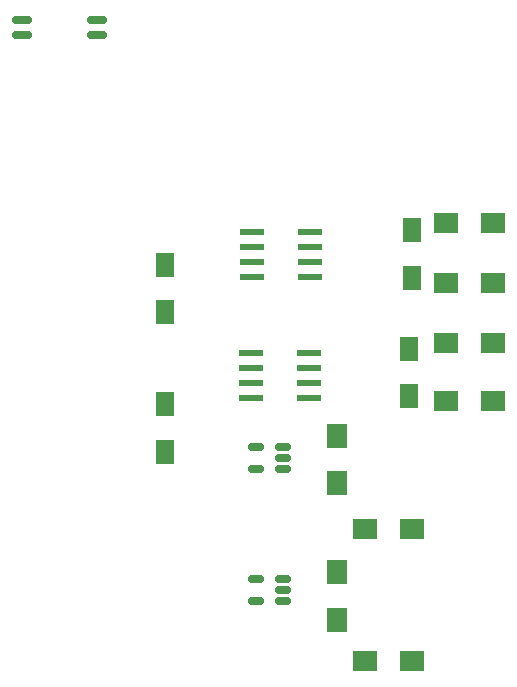
<source format=gbr>
%TF.GenerationSoftware,KiCad,Pcbnew,(6.0.4)*%
%TF.CreationDate,2023-02-01T16:26:22-05:00*%
%TF.ProjectId,BREAD_Slice,42524541-445f-4536-9c69-63652e6b6963,rev?*%
%TF.SameCoordinates,PX74eba40PY8552dc0*%
%TF.FileFunction,Paste,Bot*%
%TF.FilePolarity,Positive*%
%FSLAX46Y46*%
G04 Gerber Fmt 4.6, Leading zero omitted, Abs format (unit mm)*
G04 Created by KiCad (PCBNEW (6.0.4)) date 2023-02-01 16:26:22*
%MOMM*%
%LPD*%
G01*
G04 APERTURE LIST*
G04 Aperture macros list*
%AMRoundRect*
0 Rectangle with rounded corners*
0 $1 Rounding radius*
0 $2 $3 $4 $5 $6 $7 $8 $9 X,Y pos of 4 corners*
0 Add a 4 corners polygon primitive as box body*
4,1,4,$2,$3,$4,$5,$6,$7,$8,$9,$2,$3,0*
0 Add four circle primitives for the rounded corners*
1,1,$1+$1,$2,$3*
1,1,$1+$1,$4,$5*
1,1,$1+$1,$6,$7*
1,1,$1+$1,$8,$9*
0 Add four rect primitives between the rounded corners*
20,1,$1+$1,$2,$3,$4,$5,0*
20,1,$1+$1,$4,$5,$6,$7,0*
20,1,$1+$1,$6,$7,$8,$9,0*
20,1,$1+$1,$8,$9,$2,$3,0*%
G04 Aperture macros list end*
%ADD10R,2.000000X1.700000*%
%ADD11RoundRect,0.150000X0.512500X0.150000X-0.512500X0.150000X-0.512500X-0.150000X0.512500X-0.150000X0*%
%ADD12R,1.600000X2.000000*%
%ADD13RoundRect,0.041300X0.943700X0.253700X-0.943700X0.253700X-0.943700X-0.253700X0.943700X-0.253700X0*%
%ADD14R,1.700000X2.000000*%
%ADD15RoundRect,0.150000X0.662500X0.150000X-0.662500X0.150000X-0.662500X-0.150000X0.662500X-0.150000X0*%
G04 APERTURE END LIST*
D10*
%TO.C,FB4*%
X55277000Y32258000D03*
X59277000Y32258000D03*
%TD*%
%TO.C,R4*%
X48419000Y21463000D03*
X52419000Y21463000D03*
%TD*%
D11*
%TO.C,U2*%
X41523500Y17206000D03*
X41523500Y16256000D03*
X41523500Y15306000D03*
X39248500Y15306000D03*
X39248500Y17206000D03*
%TD*%
%TO.C,U1*%
X41523500Y28382000D03*
X41523500Y27432000D03*
X41523500Y26482000D03*
X39248500Y26482000D03*
X39248500Y28382000D03*
%TD*%
D10*
%TO.C,R6*%
X48419000Y10287000D03*
X52419000Y10287000D03*
%TD*%
D12*
%TO.C,C6*%
X52197000Y36671000D03*
X52197000Y32671000D03*
%TD*%
%TO.C,C1*%
X31496000Y39783000D03*
X31496000Y43783000D03*
%TD*%
D13*
%TO.C,U4*%
X43750000Y36322000D03*
X43750000Y35052000D03*
X43750000Y33782000D03*
X43750000Y32512000D03*
X38800000Y32512000D03*
X38800000Y33782000D03*
X38800000Y35052000D03*
X38800000Y36322000D03*
%TD*%
D10*
%TO.C,FB1*%
X55277000Y47371000D03*
X59277000Y47371000D03*
%TD*%
%TO.C,FB3*%
X55277000Y37211000D03*
X59277000Y37211000D03*
%TD*%
D14*
%TO.C,R1*%
X46101000Y17748000D03*
X46101000Y13748000D03*
%TD*%
D15*
%TO.C,U5*%
X25787500Y64535000D03*
X25787500Y63265000D03*
X19412500Y63265000D03*
X19412500Y64535000D03*
%TD*%
D14*
%TO.C,R3*%
X46101000Y29305000D03*
X46101000Y25305000D03*
%TD*%
D12*
%TO.C,C3*%
X52451000Y46704000D03*
X52451000Y42704000D03*
%TD*%
%TO.C,C2*%
X31496000Y31972000D03*
X31496000Y27972000D03*
%TD*%
D13*
%TO.C,U3*%
X43803000Y46609000D03*
X43803000Y45339000D03*
X43803000Y44069000D03*
X43803000Y42799000D03*
X38853000Y42799000D03*
X38853000Y44069000D03*
X38853000Y45339000D03*
X38853000Y46609000D03*
%TD*%
D10*
%TO.C,FB2*%
X55277000Y42291000D03*
X59277000Y42291000D03*
%TD*%
M02*

</source>
